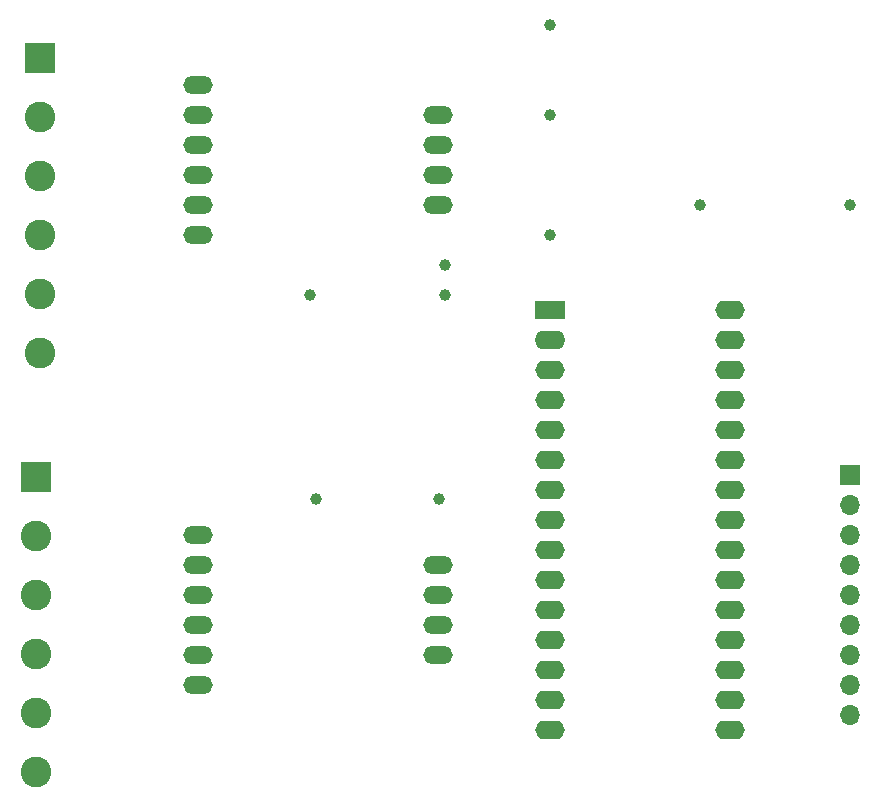
<source format=gbr>
%TF.GenerationSoftware,KiCad,Pcbnew,8.0.6-8.0.6-0~ubuntu24.04.1*%
%TF.CreationDate,2024-10-31T19:49:34+00:00*%
%TF.ProjectId,Windtunnel_Schematic,57696e64-7475-46e6-9e65-6c5f53636865,rev?*%
%TF.SameCoordinates,Original*%
%TF.FileFunction,Copper,L1,Top*%
%TF.FilePolarity,Positive*%
%FSLAX46Y46*%
G04 Gerber Fmt 4.6, Leading zero omitted, Abs format (unit mm)*
G04 Created by KiCad (PCBNEW 8.0.6-8.0.6-0~ubuntu24.04.1) date 2024-10-31 19:49:34*
%MOMM*%
%LPD*%
G01*
G04 APERTURE LIST*
%TA.AperFunction,ComponentPad*%
%ADD10O,2.500000X1.524000*%
%TD*%
%TA.AperFunction,ComponentPad*%
%ADD11R,1.700000X1.700000*%
%TD*%
%TA.AperFunction,ComponentPad*%
%ADD12O,1.700000X1.700000*%
%TD*%
%TA.AperFunction,ComponentPad*%
%ADD13R,2.600000X2.600000*%
%TD*%
%TA.AperFunction,ComponentPad*%
%ADD14C,2.600000*%
%TD*%
%TA.AperFunction,ComponentPad*%
%ADD15R,2.500000X1.600000*%
%TD*%
%TA.AperFunction,ComponentPad*%
%ADD16O,2.600000X1.600000*%
%TD*%
%TA.AperFunction,ComponentPad*%
%ADD17O,2.500000X1.600000*%
%TD*%
%TA.AperFunction,ViaPad*%
%ADD18C,1.000000*%
%TD*%
G04 APERTURE END LIST*
D10*
%TO.P,U2,1,E+*%
%TO.N,/HX712/E+*%
X71840000Y-129540000D03*
%TO.P,U2,2,E-*%
%TO.N,/HX712/E-*%
X71840000Y-132080000D03*
%TO.P,U2,3,A-*%
%TO.N,/HX712/A-*%
X71840000Y-134620000D03*
%TO.P,U2,4,A+*%
%TO.N,/HX712/A+*%
X71840000Y-137160000D03*
%TO.P,U2,5,B-*%
%TO.N,/HX712/B-*%
X71840000Y-139700000D03*
%TO.P,U2,6,B+*%
%TO.N,/HX712/B+*%
X71840000Y-142240000D03*
%TO.P,U2,7,GND*%
%TO.N,GND*%
X92160000Y-132080000D03*
%TO.P,U2,8,DOUT*%
%TO.N,/Arduino_nano/D6_DOUT_L1*%
X92160000Y-134620000D03*
%TO.P,U2,9,SCK*%
%TO.N,/Arduino_nano/D7_SCK_L1*%
X92160000Y-137160000D03*
%TO.P,U2,10,VCC*%
%TO.N,+5V*%
X92160000Y-139700000D03*
%TD*%
%TO.P,U1,1,E+*%
%TO.N,/HX711/E+*%
X71840000Y-91440000D03*
%TO.P,U1,2,E-*%
%TO.N,/HX711/E-*%
X71840000Y-93980000D03*
%TO.P,U1,3,A-*%
%TO.N,/HX711/A-*%
X71840000Y-96520000D03*
%TO.P,U1,4,A+*%
%TO.N,/HX711/A+*%
X71840000Y-99060000D03*
%TO.P,U1,5,B-*%
%TO.N,/HX711/B-*%
X71840000Y-101600000D03*
%TO.P,U1,6,B+*%
%TO.N,/HX711/B+*%
X71840000Y-104140000D03*
%TO.P,U1,7,GND*%
%TO.N,GND*%
X92160000Y-93980000D03*
%TO.P,U1,8,DOUT*%
%TO.N,/Arduino_nano/D4_DOUT_L2*%
X92160000Y-96520000D03*
%TO.P,U1,9,SCK*%
%TO.N,/Arduino_nano/D5_SCK_L2*%
X92160000Y-99060000D03*
%TO.P,U1,10,VCC*%
%TO.N,+5V*%
X92160000Y-101600000D03*
%TD*%
D11*
%TO.P,J3,1,Pin_1*%
%TO.N,+5V*%
X127000000Y-124460000D03*
D12*
%TO.P,J3,2,Pin_2*%
%TO.N,/Arduino_nano/A5_SCL*%
X127000000Y-127000000D03*
%TO.P,J3,3,Pin_3*%
%TO.N,/Arduino_nano/A4_SDA*%
X127000000Y-129540000D03*
%TO.P,J3,4,Pin_4*%
%TO.N,GND*%
X127000000Y-132080000D03*
%TO.P,J3,5,Pin_5*%
%TO.N,unconnected-(J3-Pin_5-Pad5)*%
X127000000Y-134620000D03*
%TO.P,J3,6,Pin_6*%
%TO.N,+3.3V*%
X127000000Y-137160000D03*
%TO.P,J3,7,Pin_7*%
%TO.N,/Arduino_nano/D11*%
X127000000Y-139700000D03*
%TO.P,J3,8,Pin_8*%
%TO.N,/Arduino_nano/D12*%
X127000000Y-142240000D03*
%TO.P,J3,9,Pin_9*%
%TO.N,/Arduino_nano/D13*%
X127000000Y-144780000D03*
%TD*%
D13*
%TO.P,J4,1,Pin_1*%
%TO.N,/HX711/E+*%
X58420000Y-89140000D03*
D14*
%TO.P,J4,2,Pin_2*%
%TO.N,/HX711/E-*%
X58420000Y-94140000D03*
%TO.P,J4,3,Pin_3*%
%TO.N,/HX711/A-*%
X58420000Y-99140000D03*
%TO.P,J4,4,Pin_4*%
%TO.N,/HX711/A+*%
X58420000Y-104140000D03*
%TO.P,J4,5,Pin_5*%
%TO.N,Net-(J4-Pin_5)*%
X58420000Y-109140000D03*
%TO.P,J4,6,Pin_6*%
%TO.N,unconnected-(J4-Pin_6-Pad6)*%
X58420000Y-114140000D03*
%TD*%
D13*
%TO.P,J5,1,Pin_1*%
%TO.N,/HX712/E+*%
X58115000Y-124660000D03*
D14*
%TO.P,J5,2,Pin_2*%
%TO.N,/HX712/E-*%
X58115000Y-129660000D03*
%TO.P,J5,3,Pin_3*%
%TO.N,/HX712/A-*%
X58115000Y-134660000D03*
%TO.P,J5,4,Pin_4*%
%TO.N,/HX712/A+*%
X58115000Y-139660000D03*
%TO.P,J5,5,Pin_5*%
%TO.N,Net-(J5-Pin_5)*%
X58115000Y-144660000D03*
%TO.P,J5,6,Pin_6*%
%TO.N,unconnected-(J5-Pin_6-Pad6)*%
X58115000Y-149660000D03*
%TD*%
D15*
%TO.P,A1,1,D1/TX*%
%TO.N,unconnected-(A1-D1{slash}TX-Pad1)*%
X101600000Y-110490000D03*
D16*
%TO.P,A1,2,D0/RX*%
%TO.N,unconnected-(A1-D0{slash}RX-Pad2)*%
X101600000Y-113030000D03*
D17*
%TO.P,A1,3,~{RESET}*%
%TO.N,unconnected-(A1-~{RESET}-Pad3)*%
X101600000Y-115570000D03*
%TO.P,A1,4,GND*%
%TO.N,GND*%
X101600000Y-118110000D03*
%TO.P,A1,5,D2*%
%TO.N,unconnected-(A1-D2-Pad5)*%
X101600000Y-120650000D03*
%TO.P,A1,6,D3*%
%TO.N,unconnected-(A1-D3-Pad6)*%
X101600000Y-123190000D03*
%TO.P,A1,7,D4*%
%TO.N,/Arduino_nano/D4_DOUT_L2*%
X101600000Y-125730000D03*
%TO.P,A1,8,D5*%
%TO.N,/Arduino_nano/D5_SCK_L2*%
X101600000Y-128270000D03*
%TO.P,A1,9,D6*%
%TO.N,/Arduino_nano/D6_DOUT_L1*%
X101600000Y-130810000D03*
%TO.P,A1,10,D7*%
%TO.N,/Arduino_nano/D7_SCK_L1*%
X101600000Y-133350000D03*
%TO.P,A1,11,D8*%
%TO.N,unconnected-(A1-D8-Pad11)*%
X101600000Y-135890000D03*
%TO.P,A1,12,D9*%
%TO.N,unconnected-(A1-D9-Pad12)*%
X101600000Y-138430000D03*
%TO.P,A1,13,D10*%
%TO.N,/Arduino_nano/D11*%
X101600000Y-140970000D03*
%TO.P,A1,14,D11*%
%TO.N,/Arduino_nano/D12*%
X101600000Y-143510000D03*
%TO.P,A1,15,D12*%
%TO.N,/Arduino_nano/D13*%
X101600000Y-146050000D03*
%TO.P,A1,16,D13*%
%TO.N,unconnected-(A1-D13-Pad16)*%
X116840000Y-146050000D03*
%TO.P,A1,17,3V3*%
%TO.N,+3.3V*%
X116840000Y-143510000D03*
%TO.P,A1,18,AREF*%
%TO.N,unconnected-(A1-AREF-Pad18)*%
X116840000Y-140970000D03*
%TO.P,A1,19,A0*%
%TO.N,unconnected-(A1-A0-Pad19)*%
X116840000Y-138430000D03*
%TO.P,A1,20,A1*%
%TO.N,unconnected-(A1-A1-Pad20)*%
X116840000Y-135890000D03*
%TO.P,A1,21,A2*%
%TO.N,unconnected-(A1-A2-Pad21)*%
X116840000Y-133350000D03*
%TO.P,A1,22,A3*%
%TO.N,unconnected-(A1-A3-Pad22)*%
X116840000Y-130810000D03*
%TO.P,A1,23,A4*%
%TO.N,/Arduino_nano/A4_SDA*%
X116840000Y-128270000D03*
%TO.P,A1,24,A5*%
%TO.N,/Arduino_nano/A5_SCL*%
X116840000Y-125730000D03*
%TO.P,A1,25,A6*%
%TO.N,unconnected-(A1-A6-Pad25)*%
X116840000Y-123190000D03*
%TO.P,A1,26,A7*%
%TO.N,unconnected-(A1-A7-Pad26)*%
X116840000Y-120650000D03*
%TO.P,A1,27,+5V*%
%TO.N,+5V*%
X116840000Y-118110000D03*
%TO.P,A1,28,~{RESET}*%
%TO.N,unconnected-(A1-~{RESET}-Pad28)*%
X116840000Y-115570000D03*
%TO.P,A1,29,GND*%
%TO.N,GND*%
X116840000Y-113030000D03*
%TO.P,A1,30,VIN*%
%TO.N,unconnected-(A1-VIN-Pad30)*%
X116840000Y-110490000D03*
%TD*%
D18*
%TO.N,GND*%
X101600000Y-104140000D03*
X92710000Y-106680000D03*
X81280000Y-109220000D03*
X92710000Y-109220000D03*
X101600000Y-86360000D03*
X101600000Y-93980000D03*
X127000000Y-101600000D03*
X114300000Y-101600000D03*
X81788000Y-126492000D03*
X92202000Y-126492000D03*
%TD*%
M02*

</source>
